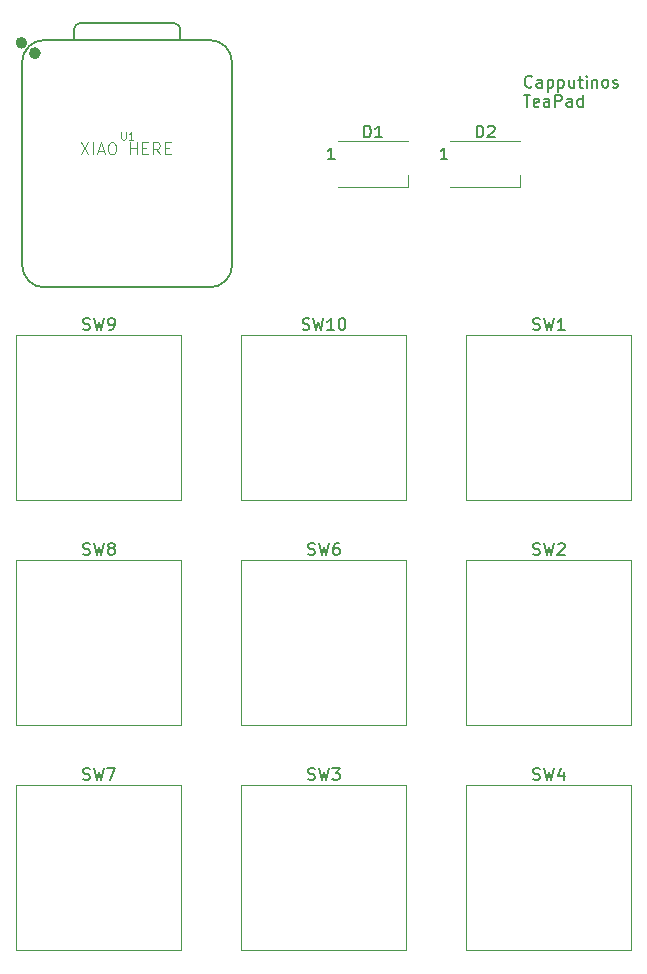
<source format=gbr>
%TF.GenerationSoftware,KiCad,Pcbnew,8.0.1+b2*%
%TF.CreationDate,2025-07-27T15:44:50+02:00*%
%TF.ProjectId,Hackpad,4861636b-7061-4642-9e6b-696361645f70,rev?*%
%TF.SameCoordinates,Original*%
%TF.FileFunction,Legend,Top*%
%TF.FilePolarity,Positive*%
%FSLAX46Y46*%
G04 Gerber Fmt 4.6, Leading zero omitted, Abs format (unit mm)*
G04 Created by KiCad (PCBNEW 8.0.1+b2) date 2025-07-27 15:44:50*
%MOMM*%
%LPD*%
G01*
G04 APERTURE LIST*
%ADD10C,0.200000*%
%ADD11C,0.100000*%
%ADD12C,0.150000*%
%ADD13C,0.101600*%
%ADD14C,0.120000*%
%ADD15C,0.127000*%
%ADD16C,0.504000*%
G04 APERTURE END LIST*
D10*
X96191101Y-45787036D02*
X96143482Y-45834656D01*
X96143482Y-45834656D02*
X96000625Y-45882275D01*
X96000625Y-45882275D02*
X95905387Y-45882275D01*
X95905387Y-45882275D02*
X95762530Y-45834656D01*
X95762530Y-45834656D02*
X95667292Y-45739417D01*
X95667292Y-45739417D02*
X95619673Y-45644179D01*
X95619673Y-45644179D02*
X95572054Y-45453703D01*
X95572054Y-45453703D02*
X95572054Y-45310846D01*
X95572054Y-45310846D02*
X95619673Y-45120370D01*
X95619673Y-45120370D02*
X95667292Y-45025132D01*
X95667292Y-45025132D02*
X95762530Y-44929894D01*
X95762530Y-44929894D02*
X95905387Y-44882275D01*
X95905387Y-44882275D02*
X96000625Y-44882275D01*
X96000625Y-44882275D02*
X96143482Y-44929894D01*
X96143482Y-44929894D02*
X96191101Y-44977513D01*
X97048244Y-45882275D02*
X97048244Y-45358465D01*
X97048244Y-45358465D02*
X97000625Y-45263227D01*
X97000625Y-45263227D02*
X96905387Y-45215608D01*
X96905387Y-45215608D02*
X96714911Y-45215608D01*
X96714911Y-45215608D02*
X96619673Y-45263227D01*
X97048244Y-45834656D02*
X96953006Y-45882275D01*
X96953006Y-45882275D02*
X96714911Y-45882275D01*
X96714911Y-45882275D02*
X96619673Y-45834656D01*
X96619673Y-45834656D02*
X96572054Y-45739417D01*
X96572054Y-45739417D02*
X96572054Y-45644179D01*
X96572054Y-45644179D02*
X96619673Y-45548941D01*
X96619673Y-45548941D02*
X96714911Y-45501322D01*
X96714911Y-45501322D02*
X96953006Y-45501322D01*
X96953006Y-45501322D02*
X97048244Y-45453703D01*
X97524435Y-45215608D02*
X97524435Y-46215608D01*
X97524435Y-45263227D02*
X97619673Y-45215608D01*
X97619673Y-45215608D02*
X97810149Y-45215608D01*
X97810149Y-45215608D02*
X97905387Y-45263227D01*
X97905387Y-45263227D02*
X97953006Y-45310846D01*
X97953006Y-45310846D02*
X98000625Y-45406084D01*
X98000625Y-45406084D02*
X98000625Y-45691798D01*
X98000625Y-45691798D02*
X97953006Y-45787036D01*
X97953006Y-45787036D02*
X97905387Y-45834656D01*
X97905387Y-45834656D02*
X97810149Y-45882275D01*
X97810149Y-45882275D02*
X97619673Y-45882275D01*
X97619673Y-45882275D02*
X97524435Y-45834656D01*
X98429197Y-45215608D02*
X98429197Y-46215608D01*
X98429197Y-45263227D02*
X98524435Y-45215608D01*
X98524435Y-45215608D02*
X98714911Y-45215608D01*
X98714911Y-45215608D02*
X98810149Y-45263227D01*
X98810149Y-45263227D02*
X98857768Y-45310846D01*
X98857768Y-45310846D02*
X98905387Y-45406084D01*
X98905387Y-45406084D02*
X98905387Y-45691798D01*
X98905387Y-45691798D02*
X98857768Y-45787036D01*
X98857768Y-45787036D02*
X98810149Y-45834656D01*
X98810149Y-45834656D02*
X98714911Y-45882275D01*
X98714911Y-45882275D02*
X98524435Y-45882275D01*
X98524435Y-45882275D02*
X98429197Y-45834656D01*
X99762530Y-45215608D02*
X99762530Y-45882275D01*
X99333959Y-45215608D02*
X99333959Y-45739417D01*
X99333959Y-45739417D02*
X99381578Y-45834656D01*
X99381578Y-45834656D02*
X99476816Y-45882275D01*
X99476816Y-45882275D02*
X99619673Y-45882275D01*
X99619673Y-45882275D02*
X99714911Y-45834656D01*
X99714911Y-45834656D02*
X99762530Y-45787036D01*
X100095864Y-45215608D02*
X100476816Y-45215608D01*
X100238721Y-44882275D02*
X100238721Y-45739417D01*
X100238721Y-45739417D02*
X100286340Y-45834656D01*
X100286340Y-45834656D02*
X100381578Y-45882275D01*
X100381578Y-45882275D02*
X100476816Y-45882275D01*
X100810150Y-45882275D02*
X100810150Y-45215608D01*
X100810150Y-44882275D02*
X100762531Y-44929894D01*
X100762531Y-44929894D02*
X100810150Y-44977513D01*
X100810150Y-44977513D02*
X100857769Y-44929894D01*
X100857769Y-44929894D02*
X100810150Y-44882275D01*
X100810150Y-44882275D02*
X100810150Y-44977513D01*
X101286340Y-45215608D02*
X101286340Y-45882275D01*
X101286340Y-45310846D02*
X101333959Y-45263227D01*
X101333959Y-45263227D02*
X101429197Y-45215608D01*
X101429197Y-45215608D02*
X101572054Y-45215608D01*
X101572054Y-45215608D02*
X101667292Y-45263227D01*
X101667292Y-45263227D02*
X101714911Y-45358465D01*
X101714911Y-45358465D02*
X101714911Y-45882275D01*
X102333959Y-45882275D02*
X102238721Y-45834656D01*
X102238721Y-45834656D02*
X102191102Y-45787036D01*
X102191102Y-45787036D02*
X102143483Y-45691798D01*
X102143483Y-45691798D02*
X102143483Y-45406084D01*
X102143483Y-45406084D02*
X102191102Y-45310846D01*
X102191102Y-45310846D02*
X102238721Y-45263227D01*
X102238721Y-45263227D02*
X102333959Y-45215608D01*
X102333959Y-45215608D02*
X102476816Y-45215608D01*
X102476816Y-45215608D02*
X102572054Y-45263227D01*
X102572054Y-45263227D02*
X102619673Y-45310846D01*
X102619673Y-45310846D02*
X102667292Y-45406084D01*
X102667292Y-45406084D02*
X102667292Y-45691798D01*
X102667292Y-45691798D02*
X102619673Y-45787036D01*
X102619673Y-45787036D02*
X102572054Y-45834656D01*
X102572054Y-45834656D02*
X102476816Y-45882275D01*
X102476816Y-45882275D02*
X102333959Y-45882275D01*
X103048245Y-45834656D02*
X103143483Y-45882275D01*
X103143483Y-45882275D02*
X103333959Y-45882275D01*
X103333959Y-45882275D02*
X103429197Y-45834656D01*
X103429197Y-45834656D02*
X103476816Y-45739417D01*
X103476816Y-45739417D02*
X103476816Y-45691798D01*
X103476816Y-45691798D02*
X103429197Y-45596560D01*
X103429197Y-45596560D02*
X103333959Y-45548941D01*
X103333959Y-45548941D02*
X103191102Y-45548941D01*
X103191102Y-45548941D02*
X103095864Y-45501322D01*
X103095864Y-45501322D02*
X103048245Y-45406084D01*
X103048245Y-45406084D02*
X103048245Y-45358465D01*
X103048245Y-45358465D02*
X103095864Y-45263227D01*
X103095864Y-45263227D02*
X103191102Y-45215608D01*
X103191102Y-45215608D02*
X103333959Y-45215608D01*
X103333959Y-45215608D02*
X103429197Y-45263227D01*
X95476816Y-46492219D02*
X96048244Y-46492219D01*
X95762530Y-47492219D02*
X95762530Y-46492219D01*
X96762530Y-47444600D02*
X96667292Y-47492219D01*
X96667292Y-47492219D02*
X96476816Y-47492219D01*
X96476816Y-47492219D02*
X96381578Y-47444600D01*
X96381578Y-47444600D02*
X96333959Y-47349361D01*
X96333959Y-47349361D02*
X96333959Y-46968409D01*
X96333959Y-46968409D02*
X96381578Y-46873171D01*
X96381578Y-46873171D02*
X96476816Y-46825552D01*
X96476816Y-46825552D02*
X96667292Y-46825552D01*
X96667292Y-46825552D02*
X96762530Y-46873171D01*
X96762530Y-46873171D02*
X96810149Y-46968409D01*
X96810149Y-46968409D02*
X96810149Y-47063647D01*
X96810149Y-47063647D02*
X96333959Y-47158885D01*
X97667292Y-47492219D02*
X97667292Y-46968409D01*
X97667292Y-46968409D02*
X97619673Y-46873171D01*
X97619673Y-46873171D02*
X97524435Y-46825552D01*
X97524435Y-46825552D02*
X97333959Y-46825552D01*
X97333959Y-46825552D02*
X97238721Y-46873171D01*
X97667292Y-47444600D02*
X97572054Y-47492219D01*
X97572054Y-47492219D02*
X97333959Y-47492219D01*
X97333959Y-47492219D02*
X97238721Y-47444600D01*
X97238721Y-47444600D02*
X97191102Y-47349361D01*
X97191102Y-47349361D02*
X97191102Y-47254123D01*
X97191102Y-47254123D02*
X97238721Y-47158885D01*
X97238721Y-47158885D02*
X97333959Y-47111266D01*
X97333959Y-47111266D02*
X97572054Y-47111266D01*
X97572054Y-47111266D02*
X97667292Y-47063647D01*
X98143483Y-47492219D02*
X98143483Y-46492219D01*
X98143483Y-46492219D02*
X98524435Y-46492219D01*
X98524435Y-46492219D02*
X98619673Y-46539838D01*
X98619673Y-46539838D02*
X98667292Y-46587457D01*
X98667292Y-46587457D02*
X98714911Y-46682695D01*
X98714911Y-46682695D02*
X98714911Y-46825552D01*
X98714911Y-46825552D02*
X98667292Y-46920790D01*
X98667292Y-46920790D02*
X98619673Y-46968409D01*
X98619673Y-46968409D02*
X98524435Y-47016028D01*
X98524435Y-47016028D02*
X98143483Y-47016028D01*
X99572054Y-47492219D02*
X99572054Y-46968409D01*
X99572054Y-46968409D02*
X99524435Y-46873171D01*
X99524435Y-46873171D02*
X99429197Y-46825552D01*
X99429197Y-46825552D02*
X99238721Y-46825552D01*
X99238721Y-46825552D02*
X99143483Y-46873171D01*
X99572054Y-47444600D02*
X99476816Y-47492219D01*
X99476816Y-47492219D02*
X99238721Y-47492219D01*
X99238721Y-47492219D02*
X99143483Y-47444600D01*
X99143483Y-47444600D02*
X99095864Y-47349361D01*
X99095864Y-47349361D02*
X99095864Y-47254123D01*
X99095864Y-47254123D02*
X99143483Y-47158885D01*
X99143483Y-47158885D02*
X99238721Y-47111266D01*
X99238721Y-47111266D02*
X99476816Y-47111266D01*
X99476816Y-47111266D02*
X99572054Y-47063647D01*
X100476816Y-47492219D02*
X100476816Y-46492219D01*
X100476816Y-47444600D02*
X100381578Y-47492219D01*
X100381578Y-47492219D02*
X100191102Y-47492219D01*
X100191102Y-47492219D02*
X100095864Y-47444600D01*
X100095864Y-47444600D02*
X100048245Y-47396980D01*
X100048245Y-47396980D02*
X100000626Y-47301742D01*
X100000626Y-47301742D02*
X100000626Y-47016028D01*
X100000626Y-47016028D02*
X100048245Y-46920790D01*
X100048245Y-46920790D02*
X100095864Y-46873171D01*
X100095864Y-46873171D02*
X100191102Y-46825552D01*
X100191102Y-46825552D02*
X100381578Y-46825552D01*
X100381578Y-46825552D02*
X100476816Y-46873171D01*
D11*
X57969222Y-50518504D02*
X58635888Y-51518504D01*
X58635888Y-50518504D02*
X57969222Y-51518504D01*
X59016841Y-51518504D02*
X59016841Y-50518504D01*
X59445412Y-51232789D02*
X59921602Y-51232789D01*
X59350174Y-51518504D02*
X59683507Y-50518504D01*
X59683507Y-50518504D02*
X60016840Y-51518504D01*
X60540650Y-50518504D02*
X60731126Y-50518504D01*
X60731126Y-50518504D02*
X60826364Y-50566123D01*
X60826364Y-50566123D02*
X60921602Y-50661361D01*
X60921602Y-50661361D02*
X60969221Y-50851837D01*
X60969221Y-50851837D02*
X60969221Y-51185170D01*
X60969221Y-51185170D02*
X60921602Y-51375646D01*
X60921602Y-51375646D02*
X60826364Y-51470885D01*
X60826364Y-51470885D02*
X60731126Y-51518504D01*
X60731126Y-51518504D02*
X60540650Y-51518504D01*
X60540650Y-51518504D02*
X60445412Y-51470885D01*
X60445412Y-51470885D02*
X60350174Y-51375646D01*
X60350174Y-51375646D02*
X60302555Y-51185170D01*
X60302555Y-51185170D02*
X60302555Y-50851837D01*
X60302555Y-50851837D02*
X60350174Y-50661361D01*
X60350174Y-50661361D02*
X60445412Y-50566123D01*
X60445412Y-50566123D02*
X60540650Y-50518504D01*
X62159698Y-51518504D02*
X62159698Y-50518504D01*
X62159698Y-50994694D02*
X62731126Y-50994694D01*
X62731126Y-51518504D02*
X62731126Y-50518504D01*
X63207317Y-50994694D02*
X63540650Y-50994694D01*
X63683507Y-51518504D02*
X63207317Y-51518504D01*
X63207317Y-51518504D02*
X63207317Y-50518504D01*
X63207317Y-50518504D02*
X63683507Y-50518504D01*
X64683507Y-51518504D02*
X64350174Y-51042313D01*
X64112079Y-51518504D02*
X64112079Y-50518504D01*
X64112079Y-50518504D02*
X64493031Y-50518504D01*
X64493031Y-50518504D02*
X64588269Y-50566123D01*
X64588269Y-50566123D02*
X64635888Y-50613742D01*
X64635888Y-50613742D02*
X64683507Y-50708980D01*
X64683507Y-50708980D02*
X64683507Y-50851837D01*
X64683507Y-50851837D02*
X64635888Y-50947075D01*
X64635888Y-50947075D02*
X64588269Y-50994694D01*
X64588269Y-50994694D02*
X64493031Y-51042313D01*
X64493031Y-51042313D02*
X64112079Y-51042313D01*
X65112079Y-50994694D02*
X65445412Y-50994694D01*
X65588269Y-51518504D02*
X65112079Y-51518504D01*
X65112079Y-51518504D02*
X65112079Y-50518504D01*
X65112079Y-50518504D02*
X65588269Y-50518504D01*
D12*
X77247917Y-104451950D02*
X77390774Y-104499569D01*
X77390774Y-104499569D02*
X77628869Y-104499569D01*
X77628869Y-104499569D02*
X77724107Y-104451950D01*
X77724107Y-104451950D02*
X77771726Y-104404330D01*
X77771726Y-104404330D02*
X77819345Y-104309092D01*
X77819345Y-104309092D02*
X77819345Y-104213854D01*
X77819345Y-104213854D02*
X77771726Y-104118616D01*
X77771726Y-104118616D02*
X77724107Y-104070997D01*
X77724107Y-104070997D02*
X77628869Y-104023378D01*
X77628869Y-104023378D02*
X77438393Y-103975759D01*
X77438393Y-103975759D02*
X77343155Y-103928140D01*
X77343155Y-103928140D02*
X77295536Y-103880521D01*
X77295536Y-103880521D02*
X77247917Y-103785283D01*
X77247917Y-103785283D02*
X77247917Y-103690045D01*
X77247917Y-103690045D02*
X77295536Y-103594807D01*
X77295536Y-103594807D02*
X77343155Y-103547188D01*
X77343155Y-103547188D02*
X77438393Y-103499569D01*
X77438393Y-103499569D02*
X77676488Y-103499569D01*
X77676488Y-103499569D02*
X77819345Y-103547188D01*
X78152679Y-103499569D02*
X78390774Y-104499569D01*
X78390774Y-104499569D02*
X78581250Y-103785283D01*
X78581250Y-103785283D02*
X78771726Y-104499569D01*
X78771726Y-104499569D02*
X79009822Y-103499569D01*
X79295536Y-103499569D02*
X79914583Y-103499569D01*
X79914583Y-103499569D02*
X79581250Y-103880521D01*
X79581250Y-103880521D02*
X79724107Y-103880521D01*
X79724107Y-103880521D02*
X79819345Y-103928140D01*
X79819345Y-103928140D02*
X79866964Y-103975759D01*
X79866964Y-103975759D02*
X79914583Y-104070997D01*
X79914583Y-104070997D02*
X79914583Y-104309092D01*
X79914583Y-104309092D02*
X79866964Y-104404330D01*
X79866964Y-104404330D02*
X79819345Y-104451950D01*
X79819345Y-104451950D02*
X79724107Y-104499569D01*
X79724107Y-104499569D02*
X79438393Y-104499569D01*
X79438393Y-104499569D02*
X79343155Y-104451950D01*
X79343155Y-104451950D02*
X79295536Y-104404330D01*
X96297917Y-66351950D02*
X96440774Y-66399569D01*
X96440774Y-66399569D02*
X96678869Y-66399569D01*
X96678869Y-66399569D02*
X96774107Y-66351950D01*
X96774107Y-66351950D02*
X96821726Y-66304330D01*
X96821726Y-66304330D02*
X96869345Y-66209092D01*
X96869345Y-66209092D02*
X96869345Y-66113854D01*
X96869345Y-66113854D02*
X96821726Y-66018616D01*
X96821726Y-66018616D02*
X96774107Y-65970997D01*
X96774107Y-65970997D02*
X96678869Y-65923378D01*
X96678869Y-65923378D02*
X96488393Y-65875759D01*
X96488393Y-65875759D02*
X96393155Y-65828140D01*
X96393155Y-65828140D02*
X96345536Y-65780521D01*
X96345536Y-65780521D02*
X96297917Y-65685283D01*
X96297917Y-65685283D02*
X96297917Y-65590045D01*
X96297917Y-65590045D02*
X96345536Y-65494807D01*
X96345536Y-65494807D02*
X96393155Y-65447188D01*
X96393155Y-65447188D02*
X96488393Y-65399569D01*
X96488393Y-65399569D02*
X96726488Y-65399569D01*
X96726488Y-65399569D02*
X96869345Y-65447188D01*
X97202679Y-65399569D02*
X97440774Y-66399569D01*
X97440774Y-66399569D02*
X97631250Y-65685283D01*
X97631250Y-65685283D02*
X97821726Y-66399569D01*
X97821726Y-66399569D02*
X98059822Y-65399569D01*
X98964583Y-66399569D02*
X98393155Y-66399569D01*
X98678869Y-66399569D02*
X98678869Y-65399569D01*
X98678869Y-65399569D02*
X98583631Y-65542426D01*
X98583631Y-65542426D02*
X98488393Y-65637664D01*
X98488393Y-65637664D02*
X98393155Y-65685283D01*
X76771726Y-66351950D02*
X76914583Y-66399569D01*
X76914583Y-66399569D02*
X77152678Y-66399569D01*
X77152678Y-66399569D02*
X77247916Y-66351950D01*
X77247916Y-66351950D02*
X77295535Y-66304330D01*
X77295535Y-66304330D02*
X77343154Y-66209092D01*
X77343154Y-66209092D02*
X77343154Y-66113854D01*
X77343154Y-66113854D02*
X77295535Y-66018616D01*
X77295535Y-66018616D02*
X77247916Y-65970997D01*
X77247916Y-65970997D02*
X77152678Y-65923378D01*
X77152678Y-65923378D02*
X76962202Y-65875759D01*
X76962202Y-65875759D02*
X76866964Y-65828140D01*
X76866964Y-65828140D02*
X76819345Y-65780521D01*
X76819345Y-65780521D02*
X76771726Y-65685283D01*
X76771726Y-65685283D02*
X76771726Y-65590045D01*
X76771726Y-65590045D02*
X76819345Y-65494807D01*
X76819345Y-65494807D02*
X76866964Y-65447188D01*
X76866964Y-65447188D02*
X76962202Y-65399569D01*
X76962202Y-65399569D02*
X77200297Y-65399569D01*
X77200297Y-65399569D02*
X77343154Y-65447188D01*
X77676488Y-65399569D02*
X77914583Y-66399569D01*
X77914583Y-66399569D02*
X78105059Y-65685283D01*
X78105059Y-65685283D02*
X78295535Y-66399569D01*
X78295535Y-66399569D02*
X78533631Y-65399569D01*
X79438392Y-66399569D02*
X78866964Y-66399569D01*
X79152678Y-66399569D02*
X79152678Y-65399569D01*
X79152678Y-65399569D02*
X79057440Y-65542426D01*
X79057440Y-65542426D02*
X78962202Y-65637664D01*
X78962202Y-65637664D02*
X78866964Y-65685283D01*
X80057440Y-65399569D02*
X80152678Y-65399569D01*
X80152678Y-65399569D02*
X80247916Y-65447188D01*
X80247916Y-65447188D02*
X80295535Y-65494807D01*
X80295535Y-65494807D02*
X80343154Y-65590045D01*
X80343154Y-65590045D02*
X80390773Y-65780521D01*
X80390773Y-65780521D02*
X80390773Y-66018616D01*
X80390773Y-66018616D02*
X80343154Y-66209092D01*
X80343154Y-66209092D02*
X80295535Y-66304330D01*
X80295535Y-66304330D02*
X80247916Y-66351950D01*
X80247916Y-66351950D02*
X80152678Y-66399569D01*
X80152678Y-66399569D02*
X80057440Y-66399569D01*
X80057440Y-66399569D02*
X79962202Y-66351950D01*
X79962202Y-66351950D02*
X79914583Y-66304330D01*
X79914583Y-66304330D02*
X79866964Y-66209092D01*
X79866964Y-66209092D02*
X79819345Y-66018616D01*
X79819345Y-66018616D02*
X79819345Y-65780521D01*
X79819345Y-65780521D02*
X79866964Y-65590045D01*
X79866964Y-65590045D02*
X79914583Y-65494807D01*
X79914583Y-65494807D02*
X79962202Y-65447188D01*
X79962202Y-65447188D02*
X80057440Y-65399569D01*
X81974405Y-50092319D02*
X81974405Y-49092319D01*
X81974405Y-49092319D02*
X82212500Y-49092319D01*
X82212500Y-49092319D02*
X82355357Y-49139938D01*
X82355357Y-49139938D02*
X82450595Y-49235176D01*
X82450595Y-49235176D02*
X82498214Y-49330414D01*
X82498214Y-49330414D02*
X82545833Y-49520890D01*
X82545833Y-49520890D02*
X82545833Y-49663747D01*
X82545833Y-49663747D02*
X82498214Y-49854223D01*
X82498214Y-49854223D02*
X82450595Y-49949461D01*
X82450595Y-49949461D02*
X82355357Y-50044700D01*
X82355357Y-50044700D02*
X82212500Y-50092319D01*
X82212500Y-50092319D02*
X81974405Y-50092319D01*
X83498214Y-50092319D02*
X82926786Y-50092319D01*
X83212500Y-50092319D02*
X83212500Y-49092319D01*
X83212500Y-49092319D02*
X83117262Y-49235176D01*
X83117262Y-49235176D02*
X83022024Y-49330414D01*
X83022024Y-49330414D02*
X82926786Y-49378033D01*
X79498214Y-51967319D02*
X78926786Y-51967319D01*
X79212500Y-51967319D02*
X79212500Y-50967319D01*
X79212500Y-50967319D02*
X79117262Y-51110176D01*
X79117262Y-51110176D02*
X79022024Y-51205414D01*
X79022024Y-51205414D02*
X78926786Y-51253033D01*
X96297917Y-104451950D02*
X96440774Y-104499569D01*
X96440774Y-104499569D02*
X96678869Y-104499569D01*
X96678869Y-104499569D02*
X96774107Y-104451950D01*
X96774107Y-104451950D02*
X96821726Y-104404330D01*
X96821726Y-104404330D02*
X96869345Y-104309092D01*
X96869345Y-104309092D02*
X96869345Y-104213854D01*
X96869345Y-104213854D02*
X96821726Y-104118616D01*
X96821726Y-104118616D02*
X96774107Y-104070997D01*
X96774107Y-104070997D02*
X96678869Y-104023378D01*
X96678869Y-104023378D02*
X96488393Y-103975759D01*
X96488393Y-103975759D02*
X96393155Y-103928140D01*
X96393155Y-103928140D02*
X96345536Y-103880521D01*
X96345536Y-103880521D02*
X96297917Y-103785283D01*
X96297917Y-103785283D02*
X96297917Y-103690045D01*
X96297917Y-103690045D02*
X96345536Y-103594807D01*
X96345536Y-103594807D02*
X96393155Y-103547188D01*
X96393155Y-103547188D02*
X96488393Y-103499569D01*
X96488393Y-103499569D02*
X96726488Y-103499569D01*
X96726488Y-103499569D02*
X96869345Y-103547188D01*
X97202679Y-103499569D02*
X97440774Y-104499569D01*
X97440774Y-104499569D02*
X97631250Y-103785283D01*
X97631250Y-103785283D02*
X97821726Y-104499569D01*
X97821726Y-104499569D02*
X98059822Y-103499569D01*
X98869345Y-103832902D02*
X98869345Y-104499569D01*
X98631250Y-103451950D02*
X98393155Y-104166235D01*
X98393155Y-104166235D02*
X99012202Y-104166235D01*
X91499405Y-50092319D02*
X91499405Y-49092319D01*
X91499405Y-49092319D02*
X91737500Y-49092319D01*
X91737500Y-49092319D02*
X91880357Y-49139938D01*
X91880357Y-49139938D02*
X91975595Y-49235176D01*
X91975595Y-49235176D02*
X92023214Y-49330414D01*
X92023214Y-49330414D02*
X92070833Y-49520890D01*
X92070833Y-49520890D02*
X92070833Y-49663747D01*
X92070833Y-49663747D02*
X92023214Y-49854223D01*
X92023214Y-49854223D02*
X91975595Y-49949461D01*
X91975595Y-49949461D02*
X91880357Y-50044700D01*
X91880357Y-50044700D02*
X91737500Y-50092319D01*
X91737500Y-50092319D02*
X91499405Y-50092319D01*
X92451786Y-49187557D02*
X92499405Y-49139938D01*
X92499405Y-49139938D02*
X92594643Y-49092319D01*
X92594643Y-49092319D02*
X92832738Y-49092319D01*
X92832738Y-49092319D02*
X92927976Y-49139938D01*
X92927976Y-49139938D02*
X92975595Y-49187557D01*
X92975595Y-49187557D02*
X93023214Y-49282795D01*
X93023214Y-49282795D02*
X93023214Y-49378033D01*
X93023214Y-49378033D02*
X92975595Y-49520890D01*
X92975595Y-49520890D02*
X92404167Y-50092319D01*
X92404167Y-50092319D02*
X93023214Y-50092319D01*
X89023214Y-51967319D02*
X88451786Y-51967319D01*
X88737500Y-51967319D02*
X88737500Y-50967319D01*
X88737500Y-50967319D02*
X88642262Y-51110176D01*
X88642262Y-51110176D02*
X88547024Y-51205414D01*
X88547024Y-51205414D02*
X88451786Y-51253033D01*
X58197917Y-104451950D02*
X58340774Y-104499569D01*
X58340774Y-104499569D02*
X58578869Y-104499569D01*
X58578869Y-104499569D02*
X58674107Y-104451950D01*
X58674107Y-104451950D02*
X58721726Y-104404330D01*
X58721726Y-104404330D02*
X58769345Y-104309092D01*
X58769345Y-104309092D02*
X58769345Y-104213854D01*
X58769345Y-104213854D02*
X58721726Y-104118616D01*
X58721726Y-104118616D02*
X58674107Y-104070997D01*
X58674107Y-104070997D02*
X58578869Y-104023378D01*
X58578869Y-104023378D02*
X58388393Y-103975759D01*
X58388393Y-103975759D02*
X58293155Y-103928140D01*
X58293155Y-103928140D02*
X58245536Y-103880521D01*
X58245536Y-103880521D02*
X58197917Y-103785283D01*
X58197917Y-103785283D02*
X58197917Y-103690045D01*
X58197917Y-103690045D02*
X58245536Y-103594807D01*
X58245536Y-103594807D02*
X58293155Y-103547188D01*
X58293155Y-103547188D02*
X58388393Y-103499569D01*
X58388393Y-103499569D02*
X58626488Y-103499569D01*
X58626488Y-103499569D02*
X58769345Y-103547188D01*
X59102679Y-103499569D02*
X59340774Y-104499569D01*
X59340774Y-104499569D02*
X59531250Y-103785283D01*
X59531250Y-103785283D02*
X59721726Y-104499569D01*
X59721726Y-104499569D02*
X59959822Y-103499569D01*
X60245536Y-103499569D02*
X60912202Y-103499569D01*
X60912202Y-103499569D02*
X60483631Y-104499569D01*
X58197917Y-85401950D02*
X58340774Y-85449569D01*
X58340774Y-85449569D02*
X58578869Y-85449569D01*
X58578869Y-85449569D02*
X58674107Y-85401950D01*
X58674107Y-85401950D02*
X58721726Y-85354330D01*
X58721726Y-85354330D02*
X58769345Y-85259092D01*
X58769345Y-85259092D02*
X58769345Y-85163854D01*
X58769345Y-85163854D02*
X58721726Y-85068616D01*
X58721726Y-85068616D02*
X58674107Y-85020997D01*
X58674107Y-85020997D02*
X58578869Y-84973378D01*
X58578869Y-84973378D02*
X58388393Y-84925759D01*
X58388393Y-84925759D02*
X58293155Y-84878140D01*
X58293155Y-84878140D02*
X58245536Y-84830521D01*
X58245536Y-84830521D02*
X58197917Y-84735283D01*
X58197917Y-84735283D02*
X58197917Y-84640045D01*
X58197917Y-84640045D02*
X58245536Y-84544807D01*
X58245536Y-84544807D02*
X58293155Y-84497188D01*
X58293155Y-84497188D02*
X58388393Y-84449569D01*
X58388393Y-84449569D02*
X58626488Y-84449569D01*
X58626488Y-84449569D02*
X58769345Y-84497188D01*
X59102679Y-84449569D02*
X59340774Y-85449569D01*
X59340774Y-85449569D02*
X59531250Y-84735283D01*
X59531250Y-84735283D02*
X59721726Y-85449569D01*
X59721726Y-85449569D02*
X59959822Y-84449569D01*
X60483631Y-84878140D02*
X60388393Y-84830521D01*
X60388393Y-84830521D02*
X60340774Y-84782902D01*
X60340774Y-84782902D02*
X60293155Y-84687664D01*
X60293155Y-84687664D02*
X60293155Y-84640045D01*
X60293155Y-84640045D02*
X60340774Y-84544807D01*
X60340774Y-84544807D02*
X60388393Y-84497188D01*
X60388393Y-84497188D02*
X60483631Y-84449569D01*
X60483631Y-84449569D02*
X60674107Y-84449569D01*
X60674107Y-84449569D02*
X60769345Y-84497188D01*
X60769345Y-84497188D02*
X60816964Y-84544807D01*
X60816964Y-84544807D02*
X60864583Y-84640045D01*
X60864583Y-84640045D02*
X60864583Y-84687664D01*
X60864583Y-84687664D02*
X60816964Y-84782902D01*
X60816964Y-84782902D02*
X60769345Y-84830521D01*
X60769345Y-84830521D02*
X60674107Y-84878140D01*
X60674107Y-84878140D02*
X60483631Y-84878140D01*
X60483631Y-84878140D02*
X60388393Y-84925759D01*
X60388393Y-84925759D02*
X60340774Y-84973378D01*
X60340774Y-84973378D02*
X60293155Y-85068616D01*
X60293155Y-85068616D02*
X60293155Y-85259092D01*
X60293155Y-85259092D02*
X60340774Y-85354330D01*
X60340774Y-85354330D02*
X60388393Y-85401950D01*
X60388393Y-85401950D02*
X60483631Y-85449569D01*
X60483631Y-85449569D02*
X60674107Y-85449569D01*
X60674107Y-85449569D02*
X60769345Y-85401950D01*
X60769345Y-85401950D02*
X60816964Y-85354330D01*
X60816964Y-85354330D02*
X60864583Y-85259092D01*
X60864583Y-85259092D02*
X60864583Y-85068616D01*
X60864583Y-85068616D02*
X60816964Y-84973378D01*
X60816964Y-84973378D02*
X60769345Y-84925759D01*
X60769345Y-84925759D02*
X60674107Y-84878140D01*
X96297917Y-85401950D02*
X96440774Y-85449569D01*
X96440774Y-85449569D02*
X96678869Y-85449569D01*
X96678869Y-85449569D02*
X96774107Y-85401950D01*
X96774107Y-85401950D02*
X96821726Y-85354330D01*
X96821726Y-85354330D02*
X96869345Y-85259092D01*
X96869345Y-85259092D02*
X96869345Y-85163854D01*
X96869345Y-85163854D02*
X96821726Y-85068616D01*
X96821726Y-85068616D02*
X96774107Y-85020997D01*
X96774107Y-85020997D02*
X96678869Y-84973378D01*
X96678869Y-84973378D02*
X96488393Y-84925759D01*
X96488393Y-84925759D02*
X96393155Y-84878140D01*
X96393155Y-84878140D02*
X96345536Y-84830521D01*
X96345536Y-84830521D02*
X96297917Y-84735283D01*
X96297917Y-84735283D02*
X96297917Y-84640045D01*
X96297917Y-84640045D02*
X96345536Y-84544807D01*
X96345536Y-84544807D02*
X96393155Y-84497188D01*
X96393155Y-84497188D02*
X96488393Y-84449569D01*
X96488393Y-84449569D02*
X96726488Y-84449569D01*
X96726488Y-84449569D02*
X96869345Y-84497188D01*
X97202679Y-84449569D02*
X97440774Y-85449569D01*
X97440774Y-85449569D02*
X97631250Y-84735283D01*
X97631250Y-84735283D02*
X97821726Y-85449569D01*
X97821726Y-85449569D02*
X98059822Y-84449569D01*
X98393155Y-84544807D02*
X98440774Y-84497188D01*
X98440774Y-84497188D02*
X98536012Y-84449569D01*
X98536012Y-84449569D02*
X98774107Y-84449569D01*
X98774107Y-84449569D02*
X98869345Y-84497188D01*
X98869345Y-84497188D02*
X98916964Y-84544807D01*
X98916964Y-84544807D02*
X98964583Y-84640045D01*
X98964583Y-84640045D02*
X98964583Y-84735283D01*
X98964583Y-84735283D02*
X98916964Y-84878140D01*
X98916964Y-84878140D02*
X98345536Y-85449569D01*
X98345536Y-85449569D02*
X98964583Y-85449569D01*
D13*
X61428690Y-49659729D02*
X61428690Y-50173776D01*
X61428690Y-50173776D02*
X61458928Y-50234252D01*
X61458928Y-50234252D02*
X61489166Y-50264491D01*
X61489166Y-50264491D02*
X61549642Y-50294729D01*
X61549642Y-50294729D02*
X61670595Y-50294729D01*
X61670595Y-50294729D02*
X61731071Y-50264491D01*
X61731071Y-50264491D02*
X61761309Y-50234252D01*
X61761309Y-50234252D02*
X61791547Y-50173776D01*
X61791547Y-50173776D02*
X61791547Y-49659729D01*
X62426547Y-50294729D02*
X62063690Y-50294729D01*
X62245118Y-50294729D02*
X62245118Y-49659729D01*
X62245118Y-49659729D02*
X62184642Y-49750443D01*
X62184642Y-49750443D02*
X62124166Y-49810919D01*
X62124166Y-49810919D02*
X62063690Y-49841157D01*
D12*
X58197917Y-66351950D02*
X58340774Y-66399569D01*
X58340774Y-66399569D02*
X58578869Y-66399569D01*
X58578869Y-66399569D02*
X58674107Y-66351950D01*
X58674107Y-66351950D02*
X58721726Y-66304330D01*
X58721726Y-66304330D02*
X58769345Y-66209092D01*
X58769345Y-66209092D02*
X58769345Y-66113854D01*
X58769345Y-66113854D02*
X58721726Y-66018616D01*
X58721726Y-66018616D02*
X58674107Y-65970997D01*
X58674107Y-65970997D02*
X58578869Y-65923378D01*
X58578869Y-65923378D02*
X58388393Y-65875759D01*
X58388393Y-65875759D02*
X58293155Y-65828140D01*
X58293155Y-65828140D02*
X58245536Y-65780521D01*
X58245536Y-65780521D02*
X58197917Y-65685283D01*
X58197917Y-65685283D02*
X58197917Y-65590045D01*
X58197917Y-65590045D02*
X58245536Y-65494807D01*
X58245536Y-65494807D02*
X58293155Y-65447188D01*
X58293155Y-65447188D02*
X58388393Y-65399569D01*
X58388393Y-65399569D02*
X58626488Y-65399569D01*
X58626488Y-65399569D02*
X58769345Y-65447188D01*
X59102679Y-65399569D02*
X59340774Y-66399569D01*
X59340774Y-66399569D02*
X59531250Y-65685283D01*
X59531250Y-65685283D02*
X59721726Y-66399569D01*
X59721726Y-66399569D02*
X59959822Y-65399569D01*
X60388393Y-66399569D02*
X60578869Y-66399569D01*
X60578869Y-66399569D02*
X60674107Y-66351950D01*
X60674107Y-66351950D02*
X60721726Y-66304330D01*
X60721726Y-66304330D02*
X60816964Y-66161473D01*
X60816964Y-66161473D02*
X60864583Y-65970997D01*
X60864583Y-65970997D02*
X60864583Y-65590045D01*
X60864583Y-65590045D02*
X60816964Y-65494807D01*
X60816964Y-65494807D02*
X60769345Y-65447188D01*
X60769345Y-65447188D02*
X60674107Y-65399569D01*
X60674107Y-65399569D02*
X60483631Y-65399569D01*
X60483631Y-65399569D02*
X60388393Y-65447188D01*
X60388393Y-65447188D02*
X60340774Y-65494807D01*
X60340774Y-65494807D02*
X60293155Y-65590045D01*
X60293155Y-65590045D02*
X60293155Y-65828140D01*
X60293155Y-65828140D02*
X60340774Y-65923378D01*
X60340774Y-65923378D02*
X60388393Y-65970997D01*
X60388393Y-65970997D02*
X60483631Y-66018616D01*
X60483631Y-66018616D02*
X60674107Y-66018616D01*
X60674107Y-66018616D02*
X60769345Y-65970997D01*
X60769345Y-65970997D02*
X60816964Y-65923378D01*
X60816964Y-65923378D02*
X60864583Y-65828140D01*
X77247917Y-85401950D02*
X77390774Y-85449569D01*
X77390774Y-85449569D02*
X77628869Y-85449569D01*
X77628869Y-85449569D02*
X77724107Y-85401950D01*
X77724107Y-85401950D02*
X77771726Y-85354330D01*
X77771726Y-85354330D02*
X77819345Y-85259092D01*
X77819345Y-85259092D02*
X77819345Y-85163854D01*
X77819345Y-85163854D02*
X77771726Y-85068616D01*
X77771726Y-85068616D02*
X77724107Y-85020997D01*
X77724107Y-85020997D02*
X77628869Y-84973378D01*
X77628869Y-84973378D02*
X77438393Y-84925759D01*
X77438393Y-84925759D02*
X77343155Y-84878140D01*
X77343155Y-84878140D02*
X77295536Y-84830521D01*
X77295536Y-84830521D02*
X77247917Y-84735283D01*
X77247917Y-84735283D02*
X77247917Y-84640045D01*
X77247917Y-84640045D02*
X77295536Y-84544807D01*
X77295536Y-84544807D02*
X77343155Y-84497188D01*
X77343155Y-84497188D02*
X77438393Y-84449569D01*
X77438393Y-84449569D02*
X77676488Y-84449569D01*
X77676488Y-84449569D02*
X77819345Y-84497188D01*
X78152679Y-84449569D02*
X78390774Y-85449569D01*
X78390774Y-85449569D02*
X78581250Y-84735283D01*
X78581250Y-84735283D02*
X78771726Y-85449569D01*
X78771726Y-85449569D02*
X79009822Y-84449569D01*
X79819345Y-84449569D02*
X79628869Y-84449569D01*
X79628869Y-84449569D02*
X79533631Y-84497188D01*
X79533631Y-84497188D02*
X79486012Y-84544807D01*
X79486012Y-84544807D02*
X79390774Y-84687664D01*
X79390774Y-84687664D02*
X79343155Y-84878140D01*
X79343155Y-84878140D02*
X79343155Y-85259092D01*
X79343155Y-85259092D02*
X79390774Y-85354330D01*
X79390774Y-85354330D02*
X79438393Y-85401950D01*
X79438393Y-85401950D02*
X79533631Y-85449569D01*
X79533631Y-85449569D02*
X79724107Y-85449569D01*
X79724107Y-85449569D02*
X79819345Y-85401950D01*
X79819345Y-85401950D02*
X79866964Y-85354330D01*
X79866964Y-85354330D02*
X79914583Y-85259092D01*
X79914583Y-85259092D02*
X79914583Y-85020997D01*
X79914583Y-85020997D02*
X79866964Y-84925759D01*
X79866964Y-84925759D02*
X79819345Y-84878140D01*
X79819345Y-84878140D02*
X79724107Y-84830521D01*
X79724107Y-84830521D02*
X79533631Y-84830521D01*
X79533631Y-84830521D02*
X79438393Y-84878140D01*
X79438393Y-84878140D02*
X79390774Y-84925759D01*
X79390774Y-84925759D02*
X79343155Y-85020997D01*
D14*
%TO.C,SW3*%
X71596250Y-104933750D02*
X85566250Y-104933750D01*
X71596250Y-118903750D02*
X71596250Y-104933750D01*
X85566250Y-104933750D02*
X85566250Y-118903750D01*
X85566250Y-118903750D02*
X71596250Y-118903750D01*
%TO.C,SW1*%
X90646250Y-66833750D02*
X104616250Y-66833750D01*
X90646250Y-80803750D02*
X90646250Y-66833750D01*
X104616250Y-66833750D02*
X104616250Y-80803750D01*
X104616250Y-80803750D02*
X90646250Y-80803750D01*
%TO.C,SW10*%
X71596250Y-66833750D02*
X85566250Y-66833750D01*
X71596250Y-80803750D02*
X71596250Y-66833750D01*
X85566250Y-66833750D02*
X85566250Y-80803750D01*
X85566250Y-80803750D02*
X71596250Y-80803750D01*
%TO.C,D1*%
X79762500Y-50437500D02*
X85662500Y-50437500D01*
X79762500Y-54337500D02*
X85662500Y-54337500D01*
X85662500Y-54337500D02*
X85662500Y-53262500D01*
%TO.C,SW4*%
X90646250Y-104933750D02*
X104616250Y-104933750D01*
X90646250Y-118903750D02*
X90646250Y-104933750D01*
X104616250Y-104933750D02*
X104616250Y-118903750D01*
X104616250Y-118903750D02*
X90646250Y-118903750D01*
%TO.C,D2*%
X89287500Y-50437500D02*
X95187500Y-50437500D01*
X89287500Y-54337500D02*
X95187500Y-54337500D01*
X95187500Y-54337500D02*
X95187500Y-53262500D01*
%TO.C,SW7*%
X52546250Y-104933750D02*
X66516250Y-104933750D01*
X52546250Y-118903750D02*
X52546250Y-104933750D01*
X66516250Y-104933750D02*
X66516250Y-118903750D01*
X66516250Y-118903750D02*
X52546250Y-118903750D01*
%TO.C,SW8*%
X52546250Y-85883750D02*
X66516250Y-85883750D01*
X52546250Y-99853750D02*
X52546250Y-85883750D01*
X66516250Y-85883750D02*
X66516250Y-99853750D01*
X66516250Y-99853750D02*
X52546250Y-99853750D01*
%TO.C,SW2*%
X90646250Y-85883750D02*
X104616250Y-85883750D01*
X90646250Y-99853750D02*
X90646250Y-85883750D01*
X104616250Y-85883750D02*
X104616250Y-99853750D01*
X104616250Y-99853750D02*
X90646250Y-99853750D01*
D15*
%TO.C,U1*%
X53022500Y-60896500D02*
X53022500Y-43751500D01*
X54927500Y-62801500D02*
X68897500Y-62801500D01*
X57417500Y-41846500D02*
X57421228Y-40936228D01*
X57921228Y-40436500D02*
X65916500Y-40436500D01*
X66416500Y-40936500D02*
X66416500Y-41846500D01*
D11*
X68897500Y-41846500D02*
X54927500Y-41846500D01*
D15*
X68897500Y-41846500D02*
X54927500Y-41846500D01*
X70802500Y-60896500D02*
X70802500Y-43751500D01*
X53022500Y-43751500D02*
G75*
G02*
X54927500Y-41846500I1905001J-1D01*
G01*
X54927500Y-62801500D02*
G75*
G02*
X53022500Y-60896500I1J1905001D01*
G01*
X57421228Y-40936228D02*
G75*
G02*
X57921228Y-40436501I500018J-291D01*
G01*
X65916500Y-40436500D02*
G75*
G02*
X66416500Y-40936500I0J-500000D01*
G01*
X68897500Y-41846500D02*
G75*
G02*
X70802500Y-43751500I0J-1905000D01*
G01*
X70802500Y-60896500D02*
G75*
G02*
X68897500Y-62801500I-1905000J0D01*
G01*
D16*
X53214500Y-42087500D02*
G75*
G02*
X52710500Y-42087500I-252000J0D01*
G01*
X52710500Y-42087500D02*
G75*
G02*
X53214500Y-42087500I252000J0D01*
G01*
X54357500Y-42967500D02*
G75*
G02*
X53853500Y-42967500I-252000J0D01*
G01*
X53853500Y-42967500D02*
G75*
G02*
X54357500Y-42967500I252000J0D01*
G01*
D14*
%TO.C,SW9*%
X52546250Y-66833750D02*
X66516250Y-66833750D01*
X52546250Y-80803750D02*
X52546250Y-66833750D01*
X66516250Y-66833750D02*
X66516250Y-80803750D01*
X66516250Y-80803750D02*
X52546250Y-80803750D01*
%TO.C,SW6*%
X71596250Y-85883750D02*
X85566250Y-85883750D01*
X71596250Y-99853750D02*
X71596250Y-85883750D01*
X85566250Y-85883750D02*
X85566250Y-99853750D01*
X85566250Y-99853750D02*
X71596250Y-99853750D01*
%TD*%
M02*

</source>
